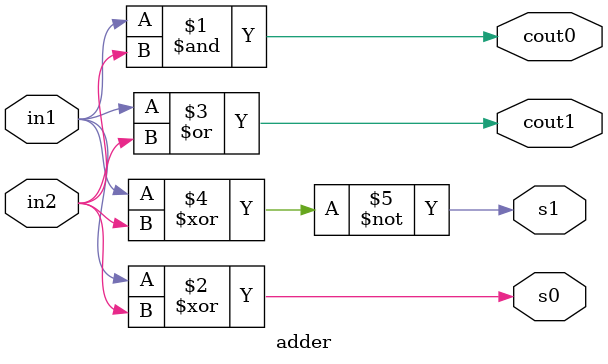
<source format=v>
module adder(in1,in2,s0,cout0,s1,cout1);
input in1,in2;
output s0,cout0,s1,cout1;

//if cin is 0
and a1(cout0,in1,in2);
xor x1(s0,in1,in2);

//if cin is 1
or o1(cout1,in1,in2);
xnor xn1(s1,in1,in2);

endmodule

</source>
